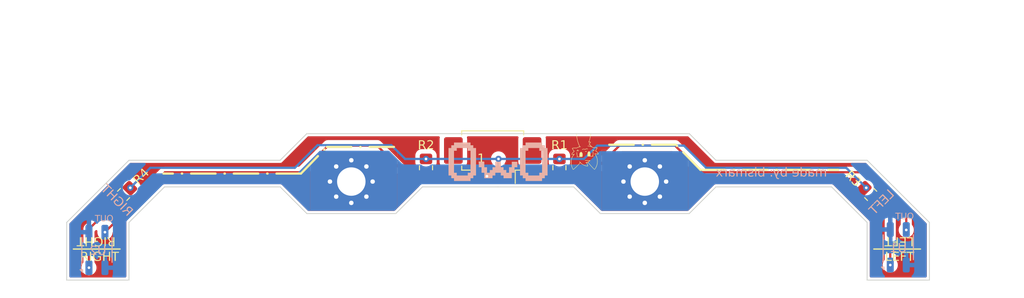
<source format=kicad_pcb>
(kicad_pcb (version 20241229) (generator "pcbnew") (generator_version "9.0")
  (layers (0 "F.Cu" signal) (2 "B.Cu" signal) (13 "F.Paste" user) (15 "B.Paste" user) (5 "F.SilkS" user "F.Silkscreen") (7 "B.SilkS" user "B.Silkscreen") (1 "F.Mask" user) (3 "B.Mask" user) (25 "Edge.Cuts" user))
  (net 0 "")
  (net 1 "Net-(U1-A)")
  (net 2 "+3V3")
  (net 3 "QRE_LEFT")
  (net 4 "Net-(U2-A)")
  (net 5 "QRE_RIGHT")
  (net 6 "GND")
  (footprint "MountingHole:MountingHole_3.2mm_M3_Pad_Via" (layer "F.Cu") (at 122.75 93.65)
    (property "Reference" "H1" (hide yes))
    (property "Value" "M3")
    (pad "1" thru_hole circle (at -2.4 0) (size 0.8 0.8) (drill 0.5) (layers "*.Cu" "*.Mask") (net 6 "GND"))
    (pad "1" thru_hole circle (at -1.697056 -1.697056) (size 0.8 0.8) (drill 0.5) (layers "*.Cu" "*.Mask") (net 6 "GND"))
    (pad "1" thru_hole circle (at -1.697056 1.697056) (size 0.8 0.8) (drill 0.5) (layers "*.Cu" "*.Mask") (net 6 "GND"))
    (pad "1" thru_hole circle (at 0 -2.4) (size 0.8 0.8) (drill 0.5) (layers "*.Cu" "*.Mask") (net 6 "GND"))
    (pad "1" thru_hole circle (at 0 0) (size 6.4 6.4) (drill 3.2) (layers "*.Cu" "*.Mask") (net 6 "GND"))
    (pad "1" thru_hole circle (at 0 2.4) (size 0.8 0.8) (drill 0.5) (layers "*.Cu" "*.Mask") (net 6 "GND"))
    (pad "1" thru_hole circle (at 1.697056 -1.697056) (size 0.8 0.8) (drill 0.5) (layers "*.Cu" "*.Mask") (net 6 "GND"))
    (pad "1" thru_hole circle (at 1.697056 1.697056) (size 0.8 0.8) (drill 0.5) (layers "*.Cu" "*.Mask") (net 6 "GND"))
    (pad "1" thru_hole circle (at 2.4 0) (size 0.8 0.8) (drill 0.5) (layers "*.Cu" "*.Mask") (net 6 "GND"))
  )
  (footprint "Resistor_SMD:R_0805_2012Metric_Pad1.20x1.40mm_HandSolder" (layer "F.Cu") (at 97.15 95.1 45)
    (property "Reference" "R4" (at 2.828427 0 45) (layer "F.SilkS"))
    (property "Value" "100R")
    (fp_line (start -0.227064 -0.735) (end 0.227064 -0.735) (stroke (width 0.12)) (layer "F.SilkS"))
    (fp_line (start -0.227064 0.735) (end 0.227064 0.735) (stroke (width 0.12)) (layer "F.SilkS"))
    (pad "1" smd roundrect (at -1 0 45) (size 1.2 1.4) (layers "F.Cu" "F.Mask" "F.Paste") (roundrect_rratio 0.208333) (net 4 "Net-(U2-A)"))
    (pad "2" smd roundrect (at 1 0 45) (size 1.2 1.4) (layers "F.Cu" "F.Mask" "F.Paste") (roundrect_rratio 0.208333) (net 2 "+3V3"))
  )
  (footprint "Resistor_SMD:R_0805_2012Metric_Pad1.20x1.40mm_HandSolder" (layer "F.Cu") (at 146.15 92.1 -90)
    (property "Reference" "R1" (at -2.5 0 180) (layer "F.SilkS"))
    (property "Value" "10k")
    (fp_line (start -0.227064 0.735) (end 0.227064 0.735) (stroke (width 0.12)) (layer "F.SilkS"))
    (fp_line (start -0.227064 -0.735) (end 0.227064 -0.735) (stroke (width 0.12)) (layer "F.SilkS"))
    (pad "1" smd roundrect (at -1 0 270) (size 1.2 1.4) (layers "F.Cu" "F.Mask" "F.Paste") (roundrect_rratio 0.208333) (net 2 "+3V3"))
    (pad "2" smd roundrect (at 1 0 270) (size 1.2 1.4) (layers "F.Cu" "F.Mask" "F.Paste") (roundrect_rratio 0.208333) (net 3 "QRE_LEFT"))
  )
  (footprint "MountingHole:MountingHole_3.2mm_M3_Pad_Via" (layer "F.Cu") (at 155.75 93.65)
    (property "Reference" "H2" (hide yes))
    (property "Value" "M3")
    (pad "1" thru_hole circle (at -2.4 0) (size 0.8 0.8) (drill 0.5) (layers "*.Cu" "*.Mask") (net 6 "GND"))
    (pad "1" thru_hole circle (at -1.697056 -1.697056) (size 0.8 0.8) (drill 0.5) (layers "*.Cu" "*.Mask") (net 6 "GND"))
    (pad "1" thru_hole circle (at -1.697056 1.697056) (size 0.8 0.8) (drill 0.5) (layers "*.Cu" "*.Mask") (net 6 "GND"))
    (pad "1" thru_hole circle (at 0 -2.4) (size 0.8 0.8) (drill 0.5) (layers "*.Cu" "*.Mask") (net 6 "GND"))
    (pad "1" thru_hole circle (at 0 0) (size 6.4 6.4) (drill 3.2) (layers "*.Cu" "*.Mask") (net 6 "GND"))
    (pad "1" thru_hole circle (at 0 2.4) (size 0.8 0.8) (drill 0.5) (layers "*.Cu" "*.Mask") (net 6 "GND"))
    (pad "1" thru_hole circle (at 1.697056 -1.697056) (size 0.8 0.8) (drill 0.5) (layers "*.Cu" "*.Mask") (net 6 "GND"))
    (pad "1" thru_hole circle (at 1.697056 1.697056) (size 0.8 0.8) (drill 0.5) (layers "*.Cu" "*.Mask") (net 6 "GND"))
    (pad "1" thru_hole circle (at 2.4 0) (size 0.8 0.8) (drill 0.5) (layers "*.Cu" "*.Mask") (net 6 "GND"))
  )
  (footprint "Resistor_SMD:R_0805_2012Metric_Pad1.20x1.40mm_HandSolder" (layer "F.Cu") (at 181.15 95.1 135)
    (property "Reference" "R3" (at 2.65165 -0.176777 135) (layer "F.SilkS"))
    (property "Value" "100R")
    (fp_line (start -0.227064 -0.735) (end 0.227064 -0.735) (stroke (width 0.12)) (layer "F.SilkS"))
    (fp_line (start -0.227064 0.735) (end 0.227064 0.735) (stroke (width 0.12)) (layer "F.SilkS"))
    (pad "1" smd roundrect (at -1 0 135) (size 1.2 1.4) (layers "F.Cu" "F.Mask" "F.Paste") (roundrect_rratio 0.208333) (net 1 "Net-(U1-A)"))
    (pad "2" smd roundrect (at 1 0 135) (size 1.2 1.4) (layers "F.Cu" "F.Mask" "F.Paste") (roundrect_rratio 0.208333) (net 2 "+3V3"))
  )
  (footprint "Resistor_SMD:R_0805_2012Metric_Pad1.20x1.40mm_HandSolder" (layer "F.Cu") (at 131.15 92.1 -90)
    (property "Reference" "R2" (at -2.5 0 180) (layer "F.SilkS"))
    (property "Value" "10k")
    (fp_line (start -0.227064 0.735) (end 0.227064 0.735) (stroke (width 0.12)) (layer "F.SilkS"))
    (fp_line (start -0.227064 -0.735) (end 0.227064 -0.735) (stroke (width 0.12)) (layer "F.SilkS"))
    (pad "1" smd roundrect (at -1 0 270) (size 1.2 1.4) (layers "F.Cu" "F.Mask" "F.Paste") (roundrect_rratio 0.208333) (net 2 "+3V3"))
    (pad "2" smd roundrect (at 1 0 270) (size 1.2 1.4) (layers "F.Cu" "F.Mask" "F.Paste") (roundrect_rratio 0.208333) (net 5 "QRE_RIGHT"))
  )
  (footprint "Connector_Molex:Molex_PicoBlade_53261-0471_1x04-1MP_P1.25mm_Horizontal" (layer "F.Cu") (at 138.65 90.65 180)
    (property "Reference" "J1" (at 1.5 -0.45 0) (layer "F.SilkS"))
    (property "Value" "Conn_01x04_Pin")
    (fp_line (start 3.485 2.71) (end 3.485 2.26) (stroke (width 0.12)) (layer "F.SilkS"))
    (fp_line (start 3.485 -1.26) (end 3.485 -1.71) (stroke (width 0.12)) (layer "F.SilkS"))
    (fp_line (start 3.485 -1.71) (end 2.535 -1.71) (stroke (width 0.12)) (layer "F.SilkS"))
    (fp_line (start -2.535 -1.71) (end -2.535 -3.2) (stroke (width 0.12)) (layer "F.SilkS"))
    (fp_line (start -3.485 2.71) (end 3.485 2.71) (stroke (width 0.12)) (layer "F.SilkS"))
    (fp_line (start -3.485 2.26) (end -3.485 2.71) (stroke (width 0.12)) (layer "F.SilkS"))
    (fp_line (start -3.485 -1.26) (end -3.485 -1.71) (stroke (width 0.12)) (layer "F.SilkS"))
    (fp_line (start -3.485 -1.71) (end -2.535 -1.71) (stroke (width 0.12)) (layer "F.SilkS"))
    (pad "1" smd roundrect (at -1.875 -2.4 180) (size 0.8 1.6) (layers "F.Cu" "F.Mask" "F.Paste") (net 3 "QRE_LEFT"))
    (pad "2" smd roundrect (at -0.625 -2.4 180) (size 0.8 1.6) (layers "F.Cu" "F.Mask" "F.Paste") (net 2 "+3V3"))
    (pad "3" smd roundrect (at 0.625 -2.4 180) (size 0.8 1.6) (layers "F.Cu" "F.Mask" "F.Paste") (net 6 "GND"))
    (pad "4" smd roundrect (at 1.875 -2.4 180) (size 0.8 1.6) (layers "F.Cu" "F.Mask" "F.Paste") (net 5 "QRE_RIGHT"))
    (pad "MP" smd roundrect (at -4.425 0.5 180) (size 2.1 3) (layers "F.Cu" "F.Mask" "F.Paste") (roundrect_rratio 0.119048))
    (pad "MP" smd roundrect (at 4.425 0.5 180) (size 2.1 3) (layers "F.Cu" "F.Mask" "F.Paste") (roundrect_rratio 0.119048))
  )
  (footprint "sumec_graphic:BOYKISSER_IMG" (layer "F.Cu") (at 149.019756 91.173041 180)
    (property "Reference" "TP1" (hide yes))
    (property "Value" "TestPoint" (hide yes))
    (fp_poly (pts (xy -0.057495 0.883941) (xy -0.023625 0.894457) (xy -0.012946 0.909818) (xy -0.018933 0.920213) (xy -0.039734 0.927834) (xy -0.077751 0.933492) (xy -0.121457 0.936422) (xy -0.159322 0.935864) (xy -0.179819 0.931053) (xy -0.180021 0.930859) (xy -0.194025 0.906042) (xy -0.179913 0.88928) (xy -0.138193 0.880945) (xy -0.110516 0.880042)) (fill yes) (layer "F.SilkS"))
    (fp_poly (pts (xy 0.810209 0.952365) (xy 0.818414 0.984513) (xy 0.819208 0.991782) (xy 0.823806 1.044255) (xy 0.875664 0.999792) (xy 0.915604 0.96788) (xy 0.938741 0.956273) (xy 0.948643 0.963753) (xy 0.949748 0.974564) (xy 0.938982 0.994677) (xy 0.911314 1.024499) (xy 0.886777 1.045991) (xy 0.840064 1.083051) (xy 0.810643 1.103784) (xy 0.793333 1.111179) (xy 0.782956 1.108228) (xy 0.781423 1.106826) (xy 0.775059 1.08691) (xy 0.771997 1.050692) (xy 0.771948 1.04538) (xy 0.771948 0.993408) (xy 0.737655 1.025625) (xy 0.705326 1.051969) (xy 0.687977 1.054923) (xy 0.683048 1.03637) (xy 0.694265 1.015146) (xy 0.72156 0.98704) (xy 0.7554 0.960079) (xy 0.786249 0.942282) (xy 0.798382 0.939308)) (fill yes) (layer "F.SilkS"))
    (fp_poly (pts (xy -0.946074 0.967881) (xy -0.934674 0.992818) (xy -0.93697 1.024503) (xy -0.94079 1.050416) (xy -0.941025 1.057833) (xy -0.927535 1.053044) (xy -0.894438 1.040689) (xy -0.862266 1.028518) (xy -0.809267 1.011842) (xy -0.780108 1.011048) (xy -0.775586 1.014694) (xy -0.769998 1.031525) (xy -0.771204 1.033755) (xy -0.790303 1.043092) (xy -0.827357 1.058856) (xy -0.873628 1.077586) (xy -0.920379 1.095821) (xy -0.958874 1.110102) (xy -0.980375 1.116968) (xy -0.981771 1.11715) (xy -0.9876 1.104376) (xy -0.986013 1.072775) (xy -0.984428 1.063247) (xy -0.97913 1.03398) (xy -0.980935 1.019072) (xy -0.995555 1.016838) (xy -1.028708 1.025594) (xy -1.069021 1.038311) (xy -1.093167 1.041805) (xy -1.09649 1.032842) (xy -1.082419 1.016001) (xy -1.05438 0.995856) (xy -1.02639 0.981396) (xy -0.976053 0.964359)) (fill yes) (layer "F.SilkS"))
    (fp_poly (pts (xy 0.336261 1.121284) (xy 0.327296 1.137739) (xy 0.296571 1.160147) (xy 0.214096 1.193482) (xy 0.122866 1.200576) (xy 0.051535 1.187973) (xy 0.007035 1.176544) (xy -0.02256 1.175784) (xy -0.050534 1.187229) (xy -0.075245 1.20266) (xy -0.148574 1.23726) (xy -0.219268 1.245327) (xy -0.283184 1.226492) (xy -0.291146 1.22182) (xy -0.323715 1.196726) (xy -0.339209 1.175262) (xy -0.334494 1.162812) (xy -0.326293 1.161559) (xy -0.305138 1.166849) (xy -0.269512 1.179912) (xy -0.261368 1.18325) (xy -0.198315 1.196046) (xy -0.132895 1.181459) (xy -0.073618 1.147464) (xy -0.048336 1.130911) (xy -0.026472 1.124091) (xy 0.001898 1.126543) (xy 0.046697 1.137805) (xy 0.059273 1.141289) (xy 0.109978 1.154395) (xy 0.14566 1.158523) (xy 0.179689 1.153167) (xy 0.225435 1.137818) (xy 0.234035 1.134659) (xy 0.286859 1.118615) (xy 0.321859 1.114532)) (fill yes) (layer "F.SilkS"))
    (fp_poly (pts (xy 0.839934 0.298425) (xy 0.908184 0.301029) (xy 0.950403 0.304982) (xy 0.964564 0.3096) (xy 0.956629 0.320226) (xy 0.927551 0.327889) (xy 0.918209 0.328908) (xy 0.864446 0.3334) (xy 0.892693 0.424158) (xy 0.913691 0.511265) (xy 0.926964 0.607267) (xy 0.931491 0.700555) (xy 0.926253 0.779523) (xy 0.92469 0.78874) (xy 0.913413 0.836181) (xy 0.903059 0.855035) (xy 0.894114 0.846345) (xy 0.887065 0.811154) (xy 0.882399 0.750506) (xy 0.880831 0.694834) (xy 0.877108 0.597436) (xy 0.868107 0.519349) (xy 0.852526 0.450518) (xy 0.846695 0.431179) (xy 0.8148 0.330508) (xy 0.716762 0.33487) (xy 0.618726 0.339233) (xy 0.617269 0.509625) (xy 0.615843 0.58748) (xy 0.612387 0.643068) (xy 0.6058 0.683748) (xy 0.594978 0.716869) (xy 0.582159 0.743569) (xy 0.543009 0.798164) (xy 0.493457 0.840013) (xy 0.441834 0.862802) (xy 0.421776 0.86517) (xy 0.393017 0.854309) (xy 0.356264 0.825988) (xy 0.337933 0.807413) (xy 0.291925 0.737998) (xy 0.265396 0.651855) (xy 0.257768 0.546386) (xy 0.262475 0.46817) (xy 0.268045 0.412633) (xy 0.272364 0.369026) (xy 0.274645 0.345327) (xy 0.274785 0.343678) (xy 0.279146 0.329913) (xy 0.292078 0.319276) (xy 0.316957 0.311333) (xy 0.35716 0.305649) (xy 0.416063 0.301788) (xy 0.49704 0.299315) (xy 0.60347 0.297796) (xy 0.632891 0.297527) (xy 0.74754 0.297233)) (fill yes) (layer "F.SilkS"))
    (fp_poly (pts (xy -0.611492 0.34841) (xy -0.562972 0.349465) (xy -0.452382 0.352691) (xy -0.368948 0.356646) (xy -0.310193 0.361728) (xy -0.273642 0.368335) (xy -0.256817 0.376864) (xy -0.257243 0.387713) (xy -0.266678 0.397058) (xy -0.276842 0.413919) (xy -0.283379 0.448323) (xy -0.28681 0.504544) (xy -0.287672 0.568892) (xy -0.290047 0.660561) (xy -0.297397 0.729685) (xy -0.310521 0.783062) (xy -0.313973 0.792614) (xy -0.347974 0.858051) (xy -0.390753 0.905046) (xy -0.437824 0.930077) (xy -0.4847 0.92963) (xy -0.487467 0.928695) (xy -0.537589 0.897756) (xy -0.575486 0.844486) (xy -0.601652 0.767486) (xy -0.616581 0.665357) (xy -0.620817 0.550737) (xy -0.620817 0.389794) (xy -0.726875 0.394147) (xy -0.83293 0.398501) (xy -0.861141 0.479992) (xy -0.887898 0.58099) (xy -0.899242 0.680285) (xy -0.89485 0.770065) (xy -0.875963 0.839075) (xy -0.860228 0.87968) (xy -0.853234 0.908357) (xy -0.85428 0.915949) (xy -0.872958 0.923827) (xy -0.892586 0.90767) (xy -0.915903 0.865122) (xy -0.91755 0.861521) (xy -0.939022 0.785723) (xy -0.945108 0.692638) (xy -0.936226 0.59005) (xy -0.912795 0.485736) (xy -0.894399 0.431838) (xy -0.892519 0.413671) (xy -0.910527 0.406638) (xy -0.930382 0.405908) (xy -0.966326 0.399688) (xy -0.976417 0.384591) (xy -0.968055 0.370617) (xy -0.941548 0.360062) (xy -0.894768 0.352742) (xy -0.825585 0.348483) (xy -0.731869 0.3471)) (fill yes) (layer "F.SilkS"))
    (fp_poly (pts (xy 1.34527 -1.126392) (xy 1.368077 -1.094231) (xy 1.396356 -1.039448) (xy 1.42538 -0.97945) (xy 1.491359 -0.813639) (xy 1.538023 -0.630956) (xy 1.564161 -0.437985) (xy 1.568562 -0.241312) (xy 1.567115 -0.208983) (xy 1.544582 -0.016602) (xy 1.49919 0.161761) (xy 1.431771 0.323647) (xy 1.343155 0.466594) (xy 1.335597 0.476588) (xy 1.305308 0.516563) (xy 1.283786 0.54588) (xy 1.275752 0.55808) (xy 1.289331 0.559764) (xy 1.325018 0.56098) (xy 1.37528 0.561482) (xy 1.37875 0.561483) (xy 1.433024 0.563775) (xy 1.475979 0.569793) (xy 1.498447 0.578241) (xy 1.504202 0.603992) (xy 1.489441 0.645524) (xy 1.456243 0.699453) (xy 1.406692 0.762391) (xy 1.343476 0.830346) (xy 1.237695 0.936223) (xy 1.301035 1.015552) (xy 1.332538 1.058281) (xy 1.367106 1.110235) (xy 1.400604 1.1645) (xy 1.428893 1.214163) (xy 1.447842 1.25231) (xy 1.453514 1.270481) (xy 1.439745 1.28267) (xy 1.402591 1.29508) (xy 1.348279 1.306868) (xy 1.283037 1.317192) (xy 1.213095 1.32521) (xy 1.144681 1.330078) (xy 1.084022 1.330954) (xy 1.037348 1.326996) (xy 1.036632 1.326868) (xy 0.99359 1.320493) (xy 0.96053 1.321753) (xy 0.926265 1.333005) (xy 0.879603 1.356604) (xy 0.869579 1.362044) (xy 0.807842 1.392684) (xy 0.741452 1.42112) (xy 0.697863 1.436855) (xy 0.653295 1.45114) (xy 0.62213 1.461592) (xy 0.612544 1.465272) (xy 0.616719 1.478936) (xy 0.631051 1.51352) (xy 0.653039 1.563149) (xy 0.669932 1.600009) (xy 0.74276 1.775543) (xy 0.808939 1.971185) (xy 0.86599 2.177703) (xy 0.911431 2.385867) (xy 0.942783 2.586447) (xy 0.94828 2.635816) (xy 0.959307 2.746157) (xy 0.967276 2.830493) (xy 0.972297 2.892277) (xy 0.974481 2.934968) (xy 0.973938 2.962021) (xy 0.97078 2.976893) (xy 0.965117 2.983042) (xy 0.959421 2.984008) (xy 0.941425 2.969877) (xy 0.928466 2.929615) (xy 0.921308 2.866414) (xy 0.920114 2.819681) (xy 0.916964 2.755099) (xy 0.908203 2.668801) (xy 0.894866 2.567948) (xy 0.877988 2.459701) (xy 0.858606 2.351223) (xy 0.837753 2.249675) (xy 0.837666 2.249277) (xy 0.796205 2.086125) (xy 0.743773 1.916462) (xy 0.684427 1.752433) (xy 0.62387 1.609709) (xy 0.593266 1.546042) (xy 0.570458 1.50522) (xy 0.552146 1.48261) (xy 0.535028 1.473578) (xy 0.526199 1.472708) (xy 0.496241 1.465933) (xy 0.477953 1.450496) (xy 0.479964 1.433785) (xy 0.497286 1.428267) (xy 0.535793 1.42075) (xy 0.587257 1.412834) (xy 0.588869 1.412614) (xy 0.676382 1.393208) (xy 0.773782 1.356509) (xy 0.826703 1.331772) (xy 0.889233 1.301573) (xy 0.932749 1.282986) (xy 0.964623 1.274148) (xy 0.992228 1.273196) (xy 1.022945 1.278266) (xy 1.031237 1.28009) (xy 1.074512 1.284796) (xy 1.134506 1.285028) (xy 1.202591 1.281503) (xy 1.270144 1.274934) (xy 1.328539 1.266037) (xy 1.369154 1.255527) (xy 1.378012 1.251335) (xy 1.382441 1.232465) (xy 1.36921 1.196103) (xy 1.340783 1.146505) (xy 1.299617 1.087935) (xy 1.248177 1.024652) (xy 1.244879 1.020869) (xy 1.169474 0.934699) (xy 1.271421 0.836992) (xy 1.3429 0.765522) (xy 1.397236 0.704911) (xy 1.432745 0.657305) (xy 1.447747 0.624845) (xy 1.446502 0.613982) (xy 1.422732 0.601981) (xy 1.374646 0.599506) (xy 1.30598 0.606528) (xy 1.255607 0.615458) (xy 1.20872 0.623179) (xy 1.174454 0.625673) (xy 1.162411 0.62351) (xy 1.167443 0.609247) (xy 1.188664 0.579189) (xy 1.221901 0.539069) (xy 1.233143 0.526422) (xy 1.342824 0.383248) (xy 1.427035 0.22527) (xy 1.485626 0.05309) (xy 1.518443 -0.132697) (xy 1.525335 -0.331492) (xy 1.506151 -0.542697) (xy 1.505529 -0.546855) (xy 1.486284 -0.648372) (xy 1.459252 -0.755348) (xy 1.427101 -0.85922) (xy 1.392503 -0.951424) (xy 1.358128 -1.023394) (xy 1.355514 -1.027941) (xy 1.31852 -1.091249) (xy 1.228123 -1.020533) (xy 1.168269 -0.971057) (xy 1.099308 -0.909665) (xy 1.02425 -0.83948) (xy 0.946103 -0.763624) (xy 0.867872 -0.685217) (xy 0.792571 -0.607383) (xy 0.723203 -0.533244) (xy 0.662778 -0.465921) (xy 0.614305 -0.408537) (xy 0.58079 -0.364213) (xy 0.565242 -0.336073) (xy 0.564514 -0.331789) (xy 0.574029 -0.31057) (xy 0.597583 -0.280064) (xy 0.604422 -0.272667) (xy 0.629616 -0.240948) (xy 0.632025 -0.220188) (xy 0.627951 -0.214634) (xy 0.613591 -0.213232) (xy 0.588057 -0.229658) (xy 0.548738 -0.265934) (xy 0.510393 -0.305511) (xy 0.401276 -0.412662) (xy 0.294854 -0.498369) (xy 0.183101 -0.568814) (xy 0.136841 -0.593234) (xy 0.056517 -0.628894) (xy -0.03228 -0.660571) (xy -0.120409 -0.685592) (xy -0.198721 -0.70129) (xy -0.247011 -0.705342) (xy -0.28002 -0.70386) (xy -0.292571 -0.693669) (xy -0.291055 -0.666145) (xy -0.288197 -0.649779) (xy -0.274657 -0.601563) (xy -0.250767 -0.539282) (xy -0.221515 -0.474226) (xy -0.191891 -0.417683) (xy -0.172228 -0.387388) (xy -0.139926 -0.364683) (xy -0.107574 -0.357754) (xy -0.073927 -0.350337) (xy -0.065192 -0.334925) (xy -0.074892 -0.320242) (xy -0.106755 -0.309802) (xy -0.150586 -0.303523) (xy -0.232979 -0.285325) (xy -0.323083 -0.250366) (xy -0.408962 -0.204069) (xy -0.472651 -0.157291) (xy -0.524508 -0.111578) (xy -0.280034 -0.117194) (xy -0.196595 -0.119435) (xy -0.12262 -0.122028) (xy -0.063599 -0.124734) (xy -0.025023 -0.127315) (xy -0.013334 -0.128855) (xy 0.005874 -0.123428) (xy 0.008891 -0.113338) (xy -0.00494 -0.095532) (xy -0.042491 -0.080941) (xy -0.050376 -0.079118) (xy -0.084527 -0.075095) (xy -0.138878 -0.072411) (xy -0.207578 -0.070985) (xy -0.284776 -0.070736) (xy -0.364622 -0.071579) (xy -0.441267 -0.073434) (xy -0.508857 -0.076221) (xy -0.561542 -0.079857) (xy -0.593474 -0.084258) (xy -0.599914 -0.086804) (xy -0.599001 -0.105073) (xy -0.575493 -0.134882) (xy -0.532575 -0.173157) (xy -0.473434 -0.216825) (xy -0.446698 -0.234629) (xy -0.354069 -0.294632) (xy -0.424048 -0.377749) (xy -0.500555 -0.467346) (xy -0.588252 -0.567957) (xy -0.681205 -0.672933) (xy -0.773479 -0.775621) (xy -0.859137 -0.86937) (xy -0.932243 -0.94753) (xy -0.937368 -0.952907) (xy -1.068709 -1.090458) (xy -1.119545 -1.027545) (xy -1.167737 -0.957469) (xy -1.21775 -0.866644) (xy -1.265721 -0.763408) (xy -1.307794 -0.656096) (xy -1.340107 -0.553045) (xy -1.341252 -0.548708) (xy -1.371166 -0.390292) (xy -1.382479 -0.221691) (xy -1.375063 -0.053884) (xy -1.34879 0.102147) (xy -1.348786 0.102167) (xy -1.318296 0.203486) (xy -1.275831 0.312365) (xy -1.225876 0.419028) (xy -1.172921 0.513694) (xy -1.133345 0.571707) (xy -1.096667 0.623293) (xy -1.081509 0.65717) (xy -1.088673 0.676817) (xy -1.118961 0.685713) (xy -1.160041 0.687425) (xy -1.215838 0.684204) (xy -1.285385 0.675757) (xy -1.353648 0.663912) (xy -1.353805 0.663879) (xy -1.408276 0.653666) (xy -1.450619 0.647698) (xy -1.473331 0.646977) (xy -1.475017 0.647686) (xy -1.473719 0.665154) (xy -1.459132 0.699295) (xy -1.435126 0.742619) (xy -1.405563 0.787636) (xy -1.396186 0.800356) (xy -1.36434 0.831753) (xy -1.316694 0.867111) (xy -1.271216 0.894481) (xy -1.231956 0.916036) (xy -1.205689 0.935135) (xy -1.192403 0.956606) (xy -1.192082 0.985275) (xy -1.20471 1.025969) (xy -1.230273 1.083513) (xy -1.268755 1.162736) (xy -1.270365 1.166021) (xy -1.300157 1.230218) (xy -1.320053 1.280308) (xy -1.328429 1.31184) (xy -1.326793 1.320362) (xy -1.29895 1.327098) (xy -1.250872 1.329321) (xy -1.191563 1.327353) (xy -1.130025 1.321519) (xy -1.075254 1.312139) (xy -1.071248 1.311199) (xy -1.030939 1.302502) (xy -1.000792 1.301226) (xy -0.970636 1.309388) (xy -0.930305 1.329004) (xy -0.900856 1.344993) (xy -0.794372 1.395415) (xy -0.670258 1.441402) (xy -0.540515 1.47905) (xy -0.417144 1.504455) (xy -0.40547 1.506193) (xy -0.347594 1.516101) (xy -0.304967 1.526611) (xy -0.283484 1.536136) (xy -0.282155 1.539383) (xy -0.299726 1.54834) (xy -0.339387 1.551925) (xy -0.394156 1.550495) (xy -0.457048 1.544404) (xy -0.52108 1.53401) (xy -0.559485 1.52525) (xy -0.608277 1.513569) (xy -0.644374 1.506877) (xy -0.65961 1.506561) (xy -0.658842 1.524974) (xy -0.6385 1.556171) (xy -0.60306 1.595625) (xy -0.557 1.638813) (xy -0.504798 1.681209) (xy -0.450932 1.718286) (xy -0.448862 1.71956) (xy -0.435375 1.730448) (xy -0.435295 1.74336) (xy -0.45151 1.76401) (xy -0.48691 1.79811) (xy -0.490077 1.801052) (xy -0.531862 1.842793) (xy -0.568061 1.884049) (xy -0.585979 1.908529) (xy -0.612598 1.951709) (xy -0.505583 1.941763) (xy -0.453714 1.938392) (xy -0.415693 1.938686) (xy -0.398825 1.942538) (xy -0.398567 1.943313) (xy -0.403947 1.961647) (xy -0.418169 1.999574) (xy -0.438348 2.04947) (xy -0.442017 2.058246) (xy -0.466818 2.119198) (xy -0.488596 2.17789) (xy -0.508197 2.237987) (xy -0.526464 2.303156) (xy -0.544242 2.377068) (xy -0.562375 2.463388) (xy -0.581706 2.565784) (xy -0.60308 2.687924) (xy -0.627341 2.833476) (xy -0.644004 2.935853) (xy -0.656443 2.972236) (xy -0.674649 2.984008) (xy -0.689101 2.977642) (xy -0.69212 2.953949) (xy -0.68918 2.928445) (xy -0.658105 2.733009) (xy -0.62642 2.556746) (xy -0.594585 2.401752) (xy -0.563064 2.270125) (xy -0.532317 2.163957) (xy -0.503734 2.087425) (xy -0.486008 2.04503) (xy -0.474754 2.013643) (xy -0.472651 2.004224) (xy -0.486103 1.997373) (xy -0.521043 1.992683) (xy -0.560676 1.991291) (xy -0.609263 1.988905) (xy -0.645027 1.982722) (xy -0.658133 1.976031) (xy -0.656785 1.953691) (xy -0.640333 1.916427) (xy -0.613185 1.871614) (xy -0.579753 1.826628) (xy -0.548317 1.792448) (xy -0.502807 1.749181) (xy -0.588591 1.671551) (xy -0.634365 1.625702) (xy -0.673917 1.578268) (xy -0.699116 1.539058) (xy -0.700068 1.537018) (xy -0.714854 1.50971) (xy -0.735058 1.486828) (xy -0.766366 1.464116) (xy -0.81446 1.437311) (xy -0.870746 1.409127) (xy -0.936197 1.377746) (xy -0.981542 1.358366) (xy -1.012912 1.349219) (xy -1.036442 1.348536) (xy -1.058265 1.35455) (xy -1.059047 1.354849) (xy -1.108623 1.366583) (xy -1.174446 1.372661) (xy -1.245272 1.373035) (xy -1.309858 1.36766) (xy -1.35696 1.356489) (xy -1.357946 1.356081) (xy -1.389671 1.342193) (xy -1.405467 1.334293) (xy -1.405869 1.333856) (xy -1.399516 1.320703) (xy -1.382267 1.285992) (xy -1.35657 1.234623) (xy -1.32487 1.171496) (xy -1.316142 1.15415) (xy -1.280165 1.081738) (xy -1.256584 1.031116) (xy -1.24392 0.997891) (xy -1.240695 0.977669) (xy -1.245424 0.966057) (xy -1.251235 0.961533) (xy -1.321736 0.9179) (xy -1.371991 0.883514) (xy -1.407963 0.853801) (xy -1.435613 0.824184) (xy -1.44389 0.813702) (xy -1.470169 0.772496) (xy -1.494808 0.722592) (xy -1.514824 0.671897) (xy -1.527232 0.62832) (xy -1.52905 0.599762) (xy -1.526552 0.594698) (xy -1.50818 0.59275) (xy -1.467824 0.596695) (xy -1.412359 0.605697) (xy -1.375603 0.612986) (xy -1.308746 0.626056) (xy -1.2474 0.636216) (xy -1.201018 0.641979) (xy -1.187003 0.642743) (xy -1.138296 0.642975) (xy -1.196064 0.55778) (xy -1.264289 0.44792) (xy -1.317458 0.338969) (xy -1.362535 0.216448) (xy -1.367254 0.20166) (xy -1.412217 0.010445) (xy -1.429185 -0.186141) (xy -1.418426 -0.384564) (xy -1.380207 -0.581293) (xy -1.314798 -0.772796) (xy -1.288695 -0.831283) (xy -1.255448 -0.895742) (xy -1.216817 -0.961506) (xy -1.176431 -1.023386) (xy -1.13792 -1.076197) (xy -1.104913 -1.11475) (xy -1.08104 -1.133859) (xy -1.076182 -1.135024) (xy -1.057044 -1.124238) (xy -1.02114 -1.093672) (xy -0.971017 -1.046026) (xy -0.909223 -0.983993) (xy -0.838308 -0.910271) (xy -0.76082 -0.827555) (xy -0.679306 -0.738541) (xy -0.596317 -0.645923) (xy -0.5144 -0.552401) (xy -0.4361 -0.460667) (xy -0.415757 -0.43637) (xy -0.308891 -0.308159) (xy -0.261125 -0.324948) (xy -0.227822 -0.336817) (xy -0.20968 -0.343596) (xy -0.209046 -0.343879) (xy -0.213469 -0.35695) (xy -0.228986 -0.389984) (xy -0.252656 -0.436841) (xy -0.263326 -0.457275) (xy -0.29162 -0.518912) (xy -0.314938 -0.584469) (xy -0.331618 -0.647095) (xy -0.339995 -0.699936) (xy -0.338403 -0.736142) (xy -0.3334 -0.745815) (xy -0.310631 -0.752101) (xy -0.266219 -0.752281) (xy -0.207384 -0.74696) (xy -0.141349 -0.736741) (xy -0.087417 -0.725257) (xy 0.060849 -0.676491) (xy 0.211358 -0.603041) (xy 0.357512 -0.508509) (xy 0.459398 -0.426735) (xy 0.524673 -0.369358) (xy 0.653845 -0.518829) (xy 0.741383 -0.616335) (xy 0.840419 -0.720308) (xy 0.944726 -0.824635) (xy 1.048076 -0.923209) (xy 1.144242 -1.00992) (xy 1.21443 -1.068736) (xy 1.262513 -1.107104) (xy 1.297204 -1.130832) (xy 1.323217 -1.137927)) (fill yes) (layer "F.SilkS"))
  )
  (footprint "OptoDevice:OnSemi_CASE100CY" (layer "B.Cu") (at 184.25 101.05)
    (property "Reference" "U1" (at 0 0.135 180) (layer "B.SilkS") (effects (justify mirror)))
    (property "Value" "QRE1113")
    (fp_line (start -1.7 -1.4) (end -1.7 1.67) (stroke (width 0.12)) (layer "B.SilkS"))
    (fp_line (start 1.7 -1.4) (end 1.7 1.4) (stroke (width 0.12)) (layer "B.SilkS"))
    (fp_poly (pts (xy -1.61 2.23) (xy -1.89 2.23) (xy -1.61 2.51) (xy -1.61 2.23)) (stroke (width 0.12)) (fill yes) (layer "B.SilkS"))
    (pad "1" smd roundrect (at -0.9 2) (size 0.79 1.66) (layers "B.Cu" "B.Mask" "B.Paste") (net 1 "Net-(U1-A)"))
    (pad "2" smd roundrect (at -0.9 -2) (size 0.79 1.66) (layers "B.Cu" "B.Mask" "B.Paste") (net 6 "GND"))
    (pad "3" smd roundrect (at 0.9 -2) (size 0.79 1.66) (layers "B.Cu" "B.Mask" "B.Paste") (net 3 "QRE_LEFT"))
    (pad "4" smd roundrect (at 0.9 2) (size 0.79 1.66) (layers "B.Cu" "B.Mask" "B.Paste") (net 6 "GND"))
  )
  (footprint "sumec_graphic:OWO_IMG" (layer "B.Cu") (at 139.25 96.497801 180)
    (property "Reference" "TP2" (hide yes))
    (property "Value" "TestPoint" (hide yes))
    (fp_poly (pts (xy 4.949949 7.090915) (xy 4.949949 6.936232) (xy 5.104638 6.936232) (xy 5.259321 6.936232) (xy 5.259321 6.781543) (xy 5.259321 6.626857) (xy 5.414007 6.626857) (xy 5.568696 6.626857) (xy 5.568696 5.08) (xy 5.568696 3.533143) (xy 5.414007 3.533143) (xy 5.259321 3.533143) (xy 5.259321 3.378457) (xy 5.259321 3.223768) (xy 5.104638 3.223768) (xy 4.949949 3.223768) (xy 4.949949 3.069085) (xy 4.949949 2.914399) (xy 4.021833 2.914399) (xy 3.093717 2.914399) (xy 3.093717 3.069085) (xy 3.093717 3.223768) (xy 2.939031 3.223768) (xy 2.784348 3.223768) (xy 2.784348 3.378457) (xy 2.784348 3.533143) (xy 2.629659 3.533143) (xy 2.474973 3.533143) (xy 2.474973 5.08) (xy 2.474973 6.317485) (xy 3.093717 6.317485) (xy 3.093717 5.08) (xy 3.093717 3.842515) (xy 3.248406 3.842515) (xy 3.403089 3.842515) (xy 3.403089 3.687826) (xy 3.403089 3.533143) (xy 4.021833 3.533143) (xy 4.64058 3.533143) (xy 4.64058 3.687826) (xy 4.64058 3.842515) (xy 4.795263 3.842515) (xy 4.949949 3.842515) (xy 4.949949 5.08) (xy 4.949949 6.317485) (xy 4.795263 6.317485) (xy 4.64058 6.317485) (xy 4.64058 6.472174) (xy 4.64058 6.626857) (xy 4.021833 6.626857) (xy 3.403089 6.626857) (xy 3.403089 6.472174) (xy 3.403089 6.317485) (xy 3.248406 6.317485) (xy 3.093717 6.317485) (xy 2.474973 6.317485) (xy 2.474973 6.626857) (xy 2.629659 6.626857) (xy 2.784348 6.626857) (xy 2.784348 6.781543) (xy 2.784348 6.936232) (xy 2.939031 6.936232) (xy 3.093717 6.936232) (xy 3.093717 7.090915) (xy 3.093717 7.245601) (xy 4.021833 7.245601) (xy 4.949949 7.245601)) (fill yes) (layer "B.SilkS"))
    (fp_poly (pts (xy -3.093717 7.090915) (xy -3.093717 6.936232) (xy -2.939031 6.936232) (xy -2.784348 6.936232) (xy -2.784348 6.781543) (xy -2.784348 6.626857) (xy -2.629659 6.626857) (xy -2.474973 6.626857) (xy -2.474973 5.08) (xy -2.474973 3.533143) (xy -2.629659 3.533143) (xy -2.784348 3.533143) (xy -2.784348 3.378457) (xy -2.784348 3.223768) (xy -2.939031 3.223768) (xy -3.093717 3.223768) (xy -3.093717 3.069085) (xy -3.093717 2.914399) (xy -4.021833 2.914399) (xy -4.949949 2.914399) (xy -4.949949 3.069085) (xy -4.949949 3.223768) (xy -5.104638 3.223768) (xy -5.259321 3.223768) (xy -5.259321 3.378457) (xy -5.259321 3.533143) (xy -5.414007 3.533143) (xy -5.568696 3.533143) (xy -5.568696 5.08) (xy -5.568696 6.317485) (xy -4.949949 6.317485) (xy -4.949949 5.08) (xy -4.949949 3.842515) (xy -4.795263 3.842515) (xy -4.64058 3.842515) (xy -4.64058 3.687826) (xy -4.64058 3.533143) (xy -4.021833 3.533143) (xy -3.403089 3.533143) (xy -3.403089 3.687826) (xy -3.403089 3.842515) (xy -3.248406 3.842515) (xy -3.093717 3.842515) (xy -3.093717 5.08) (xy -3.093717 6.317485) (xy -3.248406 6.317485) (xy -3.403089 6.317485) (xy -3.403089 6.472174) (xy -3.403089 6.626857) (xy -4.021833 6.626857) (xy -4.64058 6.626857) (xy -4.64058 6.472174) (xy -4.64058 6.317485) (xy -4.795263 6.317485) (xy -4.949949 6.317485) (xy -5.568696 6.317485) (xy -5.568696 6.626857) (xy -5.414007 6.626857) (xy -5.259321 6.626857) (xy -5.259321 6.781543) (xy -5.259321 6.936232) (xy -5.104638 6.936232) (xy -4.949949 6.936232) (xy -4.949949 7.090915) (xy -4.949949 7.245601) (xy -4.021833 7.245601) (xy -3.093717 7.245601)) (fill yes) (layer "B.SilkS"))
    (fp_poly (pts (xy -1.546857 4.770631) (xy -1.546857 4.461259) (xy -1.392174 4.461259) (xy -1.237485 4.461259) (xy -1.237485 4.151884) (xy -1.237485 3.842515) (xy -1.082799 3.842515) (xy -0.928116 3.842515) (xy -0.928116 3.997201) (xy -0.928116 4.151884) (xy -0.773427 4.151884) (xy -0.618741 4.151884) (xy -0.618741 4.306573) (xy -0.618741 4.461259) (xy -0.464058 4.461259) (xy -0.309369 4.461259) (xy -0.309369 4.770631) (xy -0.309369 5.08) (xy 0 5.08) (xy 0.309369 5.08) (xy 0.309369 4.770631) (xy 0.309369 4.461259) (xy 0.464058 4.461259) (xy 0.618741 4.461259) (xy 0.618741 4.306573) (xy 0.618741 4.151884) (xy 0.773427 4.151884) (xy 0.928116 4.151884) (xy 0.928116 3.997201) (xy 0.928116 3.842515) (xy 1.082799 3.842515) (xy 1.237485 3.842515) (xy 1.237485 4.151884) (xy 1.237485 4.461259) (xy 1.392174 4.461259) (xy 1.546857 4.461259) (xy 1.546857 4.770631) (xy 1.546857 5.08) (xy 1.856232 5.08) (xy 2.165601 5.08) (xy 2.165601 4.770631) (xy 2.165601 4.461259) (xy 2.010915 4.461259) (xy 1.856232 4.461259) (xy 1.856232 4.151884) (xy 1.856232 3.842515) (xy 1.701543 3.842515) (xy 1.546857 3.842515) (xy 1.546857 3.533143) (xy 1.546857 3.223768) (xy 1.082799 3.223768) (xy 0.618741 3.223768) (xy 0.618741 3.378457) (xy 0.618741 3.533143) (xy 0.464058 3.533143) (xy 0.309369 3.533143) (xy 0.309369 3.687826) (xy 0.309369 3.842515) (xy 0 3.842515) (xy -0.309369 3.842515) (xy -0.309369 3.687826) (xy -0.309369 3.533143) (xy -0.464058 3.533143) (xy -0.618741 3.533143) (xy -0.618741 3.378457) (xy -0.618741 3.223768) (xy -1.082799 3.223768) (xy -1.546857 3.223768) (xy -1.546857 3.533143) (xy -1.546857 3.842515) (xy -1.701543 3.842515) (xy -1.856232 3.842515) (xy -1.856232 4.151884) (xy -1.856232 4.461259) (xy -2.010915 4.461259) (xy -2.165601 4.461259) (xy -2.165601 4.770631) (xy -2.165601 5.08) (xy -1.856232 5.08) (xy -1.546857 5.08)) (fill yes) (layer "B.SilkS"))
  )
  (footprint "OptoDevice:OnSemi_CASE100CY" (layer "B.Cu") (at 94.15 101.35)
    (property "Reference" "U2" (at 0.1 0.135 180) (layer "B.SilkS") (effects (justify mirror)))
    (property "Value" "QRE1113")
    (fp_line (start -1.7 -1.4) (end -1.7 1.67) (stroke (width 0.12)) (layer "B.SilkS"))
    (fp_line (start 1.7 -1.4) (end 1.7 1.4) (stroke (width 0.12)) (layer "B.SilkS"))
    (fp_poly (pts (xy -1.61 2.23) (xy -1.89 2.23) (xy -1.61 2.51) (xy -1.61 2.23)) (stroke (width 0.12)) (fill yes) (layer "B.SilkS"))
    (pad "1" smd roundrect (at -0.9 2) (size 0.79 1.66) (layers "B.Cu" "B.Mask" "B.Paste") (net 4 "Net-(U2-A)"))
    (pad "2" smd roundrect (at -0.9 -2) (size 0.79 1.66) (layers "B.Cu" "B.Mask" "B.Paste") (net 6 "GND"))
    (pad "3" smd roundrect (at 0.9 -2) (size 0.79 1.66) (layers "B.Cu" "B.Mask" "B.Paste") (net 5 "QRE_RIGHT"))
    (pad "4" smd roundrect (at 0.9 2) (size 0.79 1.66) (layers "B.Cu" "B.Mask" "B.Paste") (net 6 "GND"))
  )
  (gr_line (start 162 92.326272) (end 159.25 89.5) (stroke (width 0.25) (type dash_dot)) (layer "F.SilkS"))
  (gr_line (start 162 92.326272) (end 177.5 92.326272) (stroke (width 0.25) (type dash_dot)) (layer "F.SilkS"))
  (gr_line (start 151.752251 89.5) (end 159.25 89.5) (stroke (width 0.25) (type dash_dot)) (layer "F.SilkS"))
  (gr_line (start 117.086864 92.75) (end 101.625 92.75) (stroke (width 0.25) (type dash_dot)) (layer "F.SilkS"))
  (gr_line (start 181.5 101.25) (end 186.75 101.25) (stroke (width 0.15)) (layer "F.SilkS"))
  (gr_line (start 120 89.75) (end 127.824021 89.75) (stroke (width 0.25) (type dash_dot)) (layer "F.SilkS"))
  (gr_line (start 117.086864 92.75) (end 120 89.75) (stroke (width 0.25) (type dash_dot)) (layer "F.SilkS"))
  (gr_line (start 91.5 101.25) (end 96.75 101.25) (stroke (width 0.15)) (layer "F.SilkS"))
  (gr_line (start 114.75 91.25) (end 97.75 91.25) (stroke (width 0.1)) (layer "Edge.Cuts"))
  (gr_line (start 163.75 91.25) (end 180.75 91.25) (stroke (width 0.1)) (layer "Edge.Cuts"))
  (gr_line (start 97.75 104.75) (end 97.75 98.25) (stroke (width 0.1)) (layer "Edge.Cuts"))
  (gr_line (start 187.75 98.25) (end 180.75 91.25) (stroke (width 0.1)) (layer "Edge.Cuts"))
  (gr_line (start 139.25 88.25) (end 117.75 88.25) (stroke (width 0.1)) (layer "Edge.Cuts"))
  (gr_line (start 147.75 94.25) (end 139.25 94.25) (stroke (width 0.1)) (layer "Edge.Cuts"))
  (gr_line (start 160.75 97.25) (end 150.75 97.25) (stroke (width 0.1)) (layer "Edge.Cuts"))
  (gr_line (start 90.75 98.25) (end 97.75 91.25) (stroke (width 0.1)) (layer "Edge.Cuts"))
  (gr_line (start 139.25 88.25) (end 160.75 88.25) (stroke (width 0.1)) (layer "Edge.Cuts"))
  (gr_line (start 90.75 104.75) (end 97.75 104.75) (stroke (width 0.1)) (layer "Edge.Cuts"))
  (gr_line (start 127.75 97.25) (end 130.75 94.25) (stroke (width 0.1)) (layer "Edge.Cuts"))
  (gr_line (start 114.75 94.25) (end 117.75 97.25) (stroke (width 0.1)) (layer "Edge.Cuts"))
  (gr_line (start 150.75 97.25) (end 147.75 94.25) (stroke (width 0.1)) (layer "Edge.Cuts"))
  (gr_line (start 163.75 94.25) (end 160.75 97.25) (stroke (width 0.1)) (layer "Edge.Cuts"))
  (gr_line (start 117.75 88.25) (end 114.75 91.25) (stroke (width 0.1)) (layer "Edge.Cuts"))
  (gr_line (start 187.75 98.25) (end 187.75 104.75) (stroke (width 0.1)) (layer "Edge.Cuts"))
  (gr_line (start 180.75 98.25) (end 176.75 94.25) (stroke (width 0.1)) (layer "Edge.Cuts"))
  (gr_line (start 130.75 94.25) (end 139.25 94.25) (stroke (width 0.1)) (layer "Edge.Cuts"))
  (gr_line (start 187.75 104.75) (end 180.75 104.75) (stroke (width 0.1)) (layer "Edge.Cuts"))
  (gr_line (start 97.75 98.25) (end 101.75 94.25) (stroke (width 0.1)) (layer "Edge.Cuts"))
  (gr_line (start 160.75 88.25) (end 163.75 91.25) (stroke (width 0.1)) (layer "Edge.Cuts"))
  (gr_line (start 114.75 94.25) (end 101.75 94.25) (stroke (width 0.1)) (layer "Edge.Cuts"))
  (gr_line (start 90.75 98.25) (end 90.75 104.75) (stroke (width 0.1)) (layer "Edge.Cuts"))
  (gr_line (start 180.75 104.75) (end 180.75 98.25) (stroke (width 0.1)) (layer "Edge.Cuts"))
  (gr_line (start 117.75 97.25) (end 127.75 97.25) (stroke (width 0.1)) (layer "Edge.Cuts"))
  (gr_line (start 163.75 94.25) (end 176.75 94.25) (stroke (width 0.1)) (layer "Edge.Cuts"))
  (gr_text "RIGHT" (at 92.25 102.75 0) (layer "F.SilkS") (effects (font (size 1 1)) (justify left bottom)))
  (gr_text "RIGHT" (at 96.25 99.75 180) (layer "F.SilkS") (effects (font (size 1 1)) (justify left bottom)))
  (gr_text "LEFT" (at 186 99.75 180) (layer "F.SilkS") (effects (font (size 1 1)) (justify left bottom)))
  (gr_text "LEFT" (at 182.75 102.75 0) (layer "F.SilkS") (effects (font (size 1 1)) (justify left bottom)))
  (gr_text "OUT" (at 186 98 0) (layer "B.SilkS") (effects (font (size 0.7 0.7)) (justify left bottom mirror)))
  (gr_text "OUT" (at 96 98.25 0) (layer "B.SilkS") (effects (font (size 0.7 0.7)) (justify left bottom mirror)))
  (gr_text "LEFT" (at 184 95.25 45) (layer "B.SilkS") (effects (font (size 1 1)) (justify left bottom mirror)))
  (gr_text "RIGHT" (at 97.5 97.75 315) (layer "B.SilkS") (effects (font (size 1 1)) (justify left bottom mirror)))
  (gr_text "made by: bismarx" (at 176.25 93.25 0) (layer "B.SilkS") (effects (font (size 1 1)) (justify left bottom mirror)))
  (segment (start 183.35 97.3) (end 183.35 103.05) (width 0.25) (layer "F.Cu") (net 1))
  (segment (start 182.107107 96.057107) (end 183.35 97.3) (width 0.25) (layer "F.Cu") (net 1))
  (segment (start 182.107107 95.807107) (end 182.107107 96.057107) (width 0.25) (layer "F.Cu") (net 1))
  (via (at 183.35 103.05) (size 0.7) (drill 0.3) (layers "F.Cu" "B.Cu") (net 1))
  (segment (start 139.3 93.025) (end 139.275 93.05) (width 0.25) (layer "F.Cu") (net 2))
  (segment (start 139.275 93.05) (end 139.25 93.05) (width 0.25) (layer "F.Cu") (net 2))
  (segment (start 139.3 91.1) (end 139.3 93.025) (width 0.25) (layer "F.Cu") (net 2))
  (segment (start 180.692893 94.392893) (end 180.65 94.35) (width 0.25) (layer "F.Cu") (net 2))
  (via (at 139.3 91.1) (size 0.7) (drill 0.3) (layers "F.Cu" "B.Cu") (net 2))
  (via (at 146.15 91.1) (size 0.7) (drill 0.3) (layers "F.Cu" "B.Cu") (net 2))
  (via (at 97.9 94.35) (size 0.7) (drill 0.3) (layers "F.Cu" "B.Cu") (net 2))
  (via (at 131.15 91.1) (size 0.7) (drill 0.3) (layers "F.Cu" "B.Cu") (net 2))
  (via (at 180.65 94.35) (size 0.7) (drill 0.3) (layers "F.Cu" "B.Cu") (net 2))
  (segment (start 148.9 91.1) (end 146.15 91.1) (width 0.25) (layer "B.Cu") (net 2))
  (segment (start 139.3 91.1) (end 146.15 91.1) (width 0.25) (layer "B.Cu") (net 2))
  (segment (start 178.4 92.1) (end 162.65 92.1) (width 0.25) (layer "B.Cu") (net 2))
  (segment (start 150.4 89.6) (end 148.9 91.1) (width 0.25) (layer "B.Cu") (net 2))
  (segment (start 160.15 89.6) (end 150.4 89.6) (width 0.25) (layer "B.Cu") (net 2))
  (segment (start 131.15 91.1) (end 128.8 91.1) (width 0.25) (layer "B.Cu") (net 2))
  (segment (start 118.95 89.55) (end 116.4 92.1) (width 0.25) (layer "B.Cu") (net 2))
  (segment (start 100.15 92.1) (end 97.9 94.35) (width 0.25) (layer "B.Cu") (net 2))
  (segment (start 128.8 91.1) (end 127.25 89.55) (width 0.25) (layer "B.Cu") (net 2))
  (segment (start 127.25 89.55) (end 118.95 89.55) (width 0.25) (layer "B.Cu") (net 2))
  (segment (start 116.4 92.1) (end 100.15 92.1) (width 0.25) (layer "B.Cu") (net 2))
  (segment (start 139.3 91.1) (end 131.15 91.1) (width 0.25) (layer "B.Cu") (net 2))
  (segment (start 180.65 94.35) (end 178.4 92.1) (width 0.25) (layer "B.Cu") (net 2))
  (segment (start 162.65 92.1) (end 160.15 89.6) (width 0.25) (layer "B.Cu") (net 2))
  (segment (start 185.15 96.85) (end 185.15 99.1) (width 0.25) (layer "F.Cu") (net 3))
  (segment (start 146.15 93.1) (end 140.575 93.1) (width 0.25) (layer "F.Cu") (net 3))
  (segment (start 152.9 89.6) (end 159.15 89.6) (width 0.25) (layer "F.Cu") (net 3))
  (segment (start 146.15 93.1) (end 149.4 93.1) (width 0.25) (layer "F.Cu") (net 3))
  (segment (start 159.15 89.6) (end 162.15 92.6) (width 0.25) (layer "F.Cu") (net 3))
  (segment (start 162.15 92.6) (end 180.9 92.6) (width 0.25) (layer "F.Cu") (net 3))
  (segment (start 140.575 93.1) (end 140.525 93.05) (width 0.25) (layer "F.Cu") (net 3))
  (segment (start 149.4 93.1) (end 152.9 89.6) (width 0.25) (layer "F.Cu") (net 3))
  (segment (start 180.9 92.6) (end 185.15 96.85) (width 0.25) (layer "F.Cu") (net 3))
  (via (at 185.15 99.1) (size 0.7) (drill 0.3) (layers "F.Cu" "B.Cu") (net 3))
  (segment (start 93.25 99) (end 96.442893 95.807107) (width 0.25) (layer "F.Cu") (net 4))
  (segment (start 93.25 103.35) (end 93.25 99) (width 0.25) (layer "F.Cu") (net 4))
  (via (at 93.25 103.35) (size 0.7) (drill 0.3) (layers "F.Cu" "B.Cu") (net 4))
  (segment (start 101.8 92.6) (end 117.15 92.6) (width 0.25) (layer "F.Cu") (net 5))
  (segment (start 125.65 89.6) (end 129.15 93.1) (width 0.25) (layer "F.Cu") (net 5))
  (segment (start 117.15 92.6) (end 120.15 89.6) (width 0.25) (layer "F.Cu") (net 5))
  (segment (start 120.15 89.6) (end 125.65 89.6) (width 0.25) (layer "F.Cu") (net 5))
  (segment (start 131.15 93.1) (end 131.2 93.05) (width 0.25) (layer "F.Cu") (net 5))
  (segment (start 95.05 99.35) (end 101.8 92.6) (width 0.25) (layer "F.Cu") (net 5))
  (segment (start 131.2 93.05) (end 136.775 93.05) (width 0.25) (layer "F.Cu") (net 5))
  (segment (start 129.15 93.1) (end 131.15 93.1) (width 0.25) (layer "F.Cu") (net 5))
  (via (at 95.05 99.35) (size 0.7) (drill 0.3) (layers "F.Cu" "B.Cu") (net 5))
  (segment (start 95.05 99.35) (end 95.05 99.25) (width 0.25) (layer "B.Cu") (net 5))
  (via (at 138 93.05) (size 0.7) (drill 0.3) (layers "F.Cu" "B.Cu") (net 6))
  (zone (net 6) (net_name "GND") (layers "F.Cu" "B.Cu") (connect_pads (clearance 0.5)) (min_thickness 0.25) (fill yes (thermal_gap 0.5) (thermal_bridge_width 0.5))
    (polygon (pts (xy 188.8 106.8) (xy 83.25 106.8) (xy 83.25 73.2) (xy 185.55 73.2) (xy 198.4 86.05) (xy 198.4 106.8)))
  )
  (zone (net 6) (net_name "GND") (layers "F.Cu" "B.Cu") (priority 1) (connect_pads yes (clearance 0.5)) (min_thickness 0.25) (fill yes (thermal_gap 0.5) (thermal_bridge_width 0.5) (island_removal_mode 1) (island_area_min 10))
    (polygon (pts (xy 127.9 90.1) (xy 127.9 97.1) (xy 118.15 97.1) (xy 118.15 90.1)))
  )
  (zone (net 6) (net_name "GND") (layers "F.Cu" "B.Cu") (priority 1) (connect_pads yes (clearance 0.5)) (min_thickness 0.25) (fill yes (thermal_gap 0.5) (thermal_bridge_width 0.5) (island_removal_mode 1) (island_area_min 10))
    (polygon (pts (xy 160.65 90.1) (xy 160.65 97.1) (xy 150.9 97.1) (xy 150.9 90.1)))
  )
)
</source>
